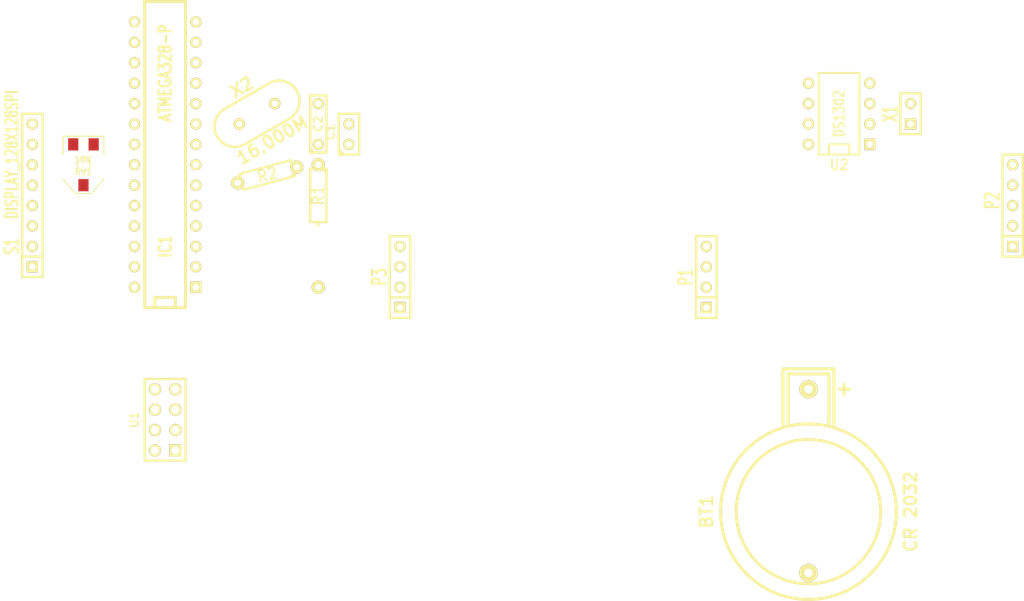
<source format=kicad_pcb>
(kicad_pcb (version 3) (host pcbnew "(22-Jun-2014 BZR 4027)-stable")

  (general
    (links 44)
    (no_connects 44)
    (area 21.58873 19.875499 136.296401 102.006401)
    (thickness 1.6)
    (drawings 0)
    (tracks 0)
    (zones 0)
    (modules 15)
    (nets 21)
  )

  (page A3)
  (layers
    (15 F.Cu signal)
    (0 B.Cu signal)
    (16 B.Adhes user)
    (17 F.Adhes user)
    (18 B.Paste user)
    (19 F.Paste user)
    (20 B.SilkS user)
    (21 F.SilkS user)
    (22 B.Mask user)
    (23 F.Mask user)
    (24 Dwgs.User user)
    (25 Cmts.User user)
    (26 Eco1.User user)
    (27 Eco2.User user)
    (28 Edge.Cuts user)
  )

  (setup
    (last_trace_width 0.254)
    (trace_clearance 0.254)
    (zone_clearance 0.508)
    (zone_45_only no)
    (trace_min 0.254)
    (segment_width 0.2)
    (edge_width 0.1)
    (via_size 0.889)
    (via_drill 0.635)
    (via_min_size 0.889)
    (via_min_drill 0.508)
    (uvia_size 0.508)
    (uvia_drill 0.127)
    (uvias_allowed no)
    (uvia_min_size 0.508)
    (uvia_min_drill 0.127)
    (pcb_text_width 0.3)
    (pcb_text_size 1.5 1.5)
    (mod_edge_width 0.15)
    (mod_text_size 1 1)
    (mod_text_width 0.15)
    (pad_size 1.5 1.5)
    (pad_drill 0.6)
    (pad_to_mask_clearance 0)
    (aux_axis_origin 0 0)
    (visible_elements FFFFFFBF)
    (pcbplotparams
      (layerselection 3178497)
      (usegerberextensions true)
      (excludeedgelayer true)
      (linewidth 0.150000)
      (plotframeref false)
      (viasonmask false)
      (mode 1)
      (useauxorigin false)
      (hpglpennumber 1)
      (hpglpenspeed 20)
      (hpglpendiameter 15)
      (hpglpenoverlay 2)
      (psnegative false)
      (psa4output false)
      (plotreference true)
      (plotvalue true)
      (plotothertext true)
      (plotinvisibletext false)
      (padsonsilk false)
      (subtractmaskfromsilk false)
      (outputformat 1)
      (mirror false)
      (drillshape 1)
      (scaleselection 1)
      (outputdirectory ""))
  )

  (net 0 "")
  (net 1 GND)
  (net 2 N-0000010)
  (net 3 N-0000011)
  (net 4 N-0000012)
  (net 5 N-0000013)
  (net 6 N-0000014)
  (net 7 N-000002)
  (net 8 N-0000026)
  (net 9 N-0000028)
  (net 10 N-0000029)
  (net 11 N-000003)
  (net 12 N-0000030)
  (net 13 N-0000036)
  (net 14 N-0000037)
  (net 15 N-0000038)
  (net 16 N-000004)
  (net 17 N-000005)
  (net 18 N-000006)
  (net 19 N-000007)
  (net 20 N-000008)

  (net_class Default "This is the default net class."
    (clearance 0.254)
    (trace_width 0.254)
    (via_dia 0.889)
    (via_drill 0.635)
    (uvia_dia 0.508)
    (uvia_drill 0.127)
    (add_net "")
    (add_net GND)
    (add_net N-0000010)
    (add_net N-0000011)
    (add_net N-0000012)
    (add_net N-0000013)
    (add_net N-0000014)
    (add_net N-000002)
    (add_net N-0000026)
    (add_net N-0000028)
    (add_net N-0000029)
    (add_net N-000003)
    (add_net N-0000030)
    (add_net N-0000036)
    (add_net N-0000037)
    (add_net N-0000038)
    (add_net N-000004)
    (add_net N-000005)
    (add_net N-000006)
    (add_net N-000007)
    (add_net N-000008)
  )

  (module SIL-5 (layer F.Cu) (tedit 200000) (tstamp 569B95D7)
    (at 147.32 44.45 90)
    (descr "Connecteur 5 pins")
    (tags "CONN DEV")
    (path /567E9538)
    (fp_text reference P2 (at -0.635 -2.54 90) (layer F.SilkS)
      (effects (font (size 1.72974 1.08712) (thickness 0.3048)))
    )
    (fp_text value "Program w/R.Pi" (at 0 -2.54 90) (layer F.SilkS) hide
      (effects (font (size 1.524 1.016) (thickness 0.3048)))
    )
    (fp_line (start -7.62 1.27) (end -7.62 -1.27) (layer F.SilkS) (width 0.3048))
    (fp_line (start -7.62 -1.27) (end 5.08 -1.27) (layer F.SilkS) (width 0.3048))
    (fp_line (start 5.08 -1.27) (end 5.08 1.27) (layer F.SilkS) (width 0.3048))
    (fp_line (start 5.08 1.27) (end -7.62 1.27) (layer F.SilkS) (width 0.3048))
    (fp_line (start -5.08 1.27) (end -5.08 -1.27) (layer F.SilkS) (width 0.3048))
    (pad 1 thru_hole rect (at -6.35 0 90) (size 1.397 1.397) (drill 0.8128)
      (layers *.Cu *.Mask F.SilkS)
      (net 14 N-0000037)
    )
    (pad 2 thru_hole circle (at -3.81 0 90) (size 1.397 1.397) (drill 0.8128)
      (layers *.Cu *.Mask F.SilkS)
      (net 12 N-0000030)
    )
    (pad 3 thru_hole circle (at -1.27 0 90) (size 1.397 1.397) (drill 0.8128)
      (layers *.Cu *.Mask F.SilkS)
      (net 7 N-000002)
    )
    (pad 4 thru_hole circle (at 1.27 0 90) (size 1.397 1.397) (drill 0.8128)
      (layers *.Cu *.Mask F.SilkS)
      (net 10 N-0000029)
    )
    (pad 5 thru_hole circle (at 3.81 0 90) (size 1.397 1.397) (drill 0.8128)
      (layers *.Cu *.Mask F.SilkS)
      (net 1 GND)
    )
  )

  (module SIL-4 (layer F.Cu) (tedit 200000) (tstamp 569B95F4)
    (at 109.22 54.61 90)
    (descr "Connecteur 4 pibs")
    (tags "CONN DEV")
    (path /568E2716)
    (fp_text reference P1 (at 0 -2.54 90) (layer F.SilkS)
      (effects (font (size 1.73482 1.08712) (thickness 0.3048)))
    )
    (fp_text value DHT11 (at 0 -2.54 90) (layer F.SilkS) hide
      (effects (font (size 1.524 1.016) (thickness 0.3048)))
    )
    (fp_line (start -5.08 -1.27) (end -5.08 -1.27) (layer F.SilkS) (width 0.3048))
    (fp_line (start -5.08 1.27) (end -5.08 -1.27) (layer F.SilkS) (width 0.3048))
    (fp_line (start -5.08 -1.27) (end -5.08 -1.27) (layer F.SilkS) (width 0.3048))
    (fp_line (start -5.08 -1.27) (end 5.08 -1.27) (layer F.SilkS) (width 0.3048))
    (fp_line (start 5.08 -1.27) (end 5.08 1.27) (layer F.SilkS) (width 0.3048))
    (fp_line (start 5.08 1.27) (end -5.08 1.27) (layer F.SilkS) (width 0.3048))
    (fp_line (start -2.54 1.27) (end -2.54 -1.27) (layer F.SilkS) (width 0.3048))
    (pad 1 thru_hole rect (at -3.81 0 90) (size 1.397 1.397) (drill 0.8128)
      (layers *.Cu *.Mask F.SilkS)
      (net 9 N-0000028)
    )
    (pad 2 thru_hole circle (at -1.27 0 90) (size 1.397 1.397) (drill 0.8128)
      (layers *.Cu *.Mask F.SilkS)
      (net 20 N-000008)
    )
    (pad 3 thru_hole circle (at 1.27 0 90) (size 1.397 1.397) (drill 0.8128)
      (layers *.Cu *.Mask F.SilkS)
    )
    (pad 4 thru_hole circle (at 3.81 0 90) (size 1.397 1.397) (drill 0.8128)
      (layers *.Cu *.Mask F.SilkS)
      (net 1 GND)
    )
  )

  (module SIL-4 (layer F.Cu) (tedit 200000) (tstamp 569B9603)
    (at 71.12 54.61 90)
    (descr "Connecteur 4 pibs")
    (tags "CONN DEV")
    (path /567FE68B)
    (fp_text reference P3 (at 0 -2.54 90) (layer F.SilkS)
      (effects (font (size 1.73482 1.08712) (thickness 0.3048)))
    )
    (fp_text value Serial (at 0 -2.54 90) (layer F.SilkS) hide
      (effects (font (size 1.524 1.016) (thickness 0.3048)))
    )
    (fp_line (start -5.08 -1.27) (end -5.08 -1.27) (layer F.SilkS) (width 0.3048))
    (fp_line (start -5.08 1.27) (end -5.08 -1.27) (layer F.SilkS) (width 0.3048))
    (fp_line (start -5.08 -1.27) (end -5.08 -1.27) (layer F.SilkS) (width 0.3048))
    (fp_line (start -5.08 -1.27) (end 5.08 -1.27) (layer F.SilkS) (width 0.3048))
    (fp_line (start 5.08 -1.27) (end 5.08 1.27) (layer F.SilkS) (width 0.3048))
    (fp_line (start 5.08 1.27) (end -5.08 1.27) (layer F.SilkS) (width 0.3048))
    (fp_line (start -2.54 1.27) (end -2.54 -1.27) (layer F.SilkS) (width 0.3048))
    (pad 1 thru_hole rect (at -3.81 0 90) (size 1.397 1.397) (drill 0.8128)
      (layers *.Cu *.Mask F.SilkS)
      (net 9 N-0000028)
    )
    (pad 2 thru_hole circle (at -1.27 0 90) (size 1.397 1.397) (drill 0.8128)
      (layers *.Cu *.Mask F.SilkS)
      (net 1 GND)
    )
    (pad 3 thru_hole circle (at 1.27 0 90) (size 1.397 1.397) (drill 0.8128)
      (layers *.Cu *.Mask F.SilkS)
      (net 11 N-000003)
    )
    (pad 4 thru_hole circle (at 3.81 0 90) (size 1.397 1.397) (drill 0.8128)
      (layers *.Cu *.Mask F.SilkS)
      (net 16 N-000004)
    )
  )

  (module SIL-2 (layer F.Cu) (tedit 200000) (tstamp 569B960D)
    (at 134.62 34.29 90)
    (descr "Connecteurs 2 pins")
    (tags "CONN DEV")
    (path /568E1D4D)
    (fp_text reference X1 (at 0 -2.54 90) (layer F.SilkS)
      (effects (font (size 1.72974 1.08712) (thickness 0.3048)))
    )
    (fp_text value 323768K (at 0 -2.54 90) (layer F.SilkS) hide
      (effects (font (size 1.524 1.016) (thickness 0.3048)))
    )
    (fp_line (start -2.54 1.27) (end -2.54 -1.27) (layer F.SilkS) (width 0.3048))
    (fp_line (start -2.54 -1.27) (end 2.54 -1.27) (layer F.SilkS) (width 0.3048))
    (fp_line (start 2.54 -1.27) (end 2.54 1.27) (layer F.SilkS) (width 0.3048))
    (fp_line (start 2.54 1.27) (end -2.54 1.27) (layer F.SilkS) (width 0.3048))
    (pad 1 thru_hole rect (at -1.27 0 90) (size 1.397 1.397) (drill 0.8128)
      (layers *.Cu *.Mask F.SilkS)
      (net 2 N-0000010)
    )
    (pad 2 thru_hole circle (at 1.27 0 90) (size 1.397 1.397) (drill 0.8128)
      (layers *.Cu *.Mask F.SilkS)
      (net 17 N-000005)
    )
  )

  (module R3-LARGE_PADS (layer F.Cu) (tedit 47E26765) (tstamp 569C9EC9)
    (at 54.61 41.91 195)
    (descr "Resitance 3 pas")
    (tags R)
    (path /566C71E2)
    (autoplace_cost180 10)
    (fp_text reference R2 (at 0 0 195) (layer F.SilkS)
      (effects (font (size 1.397 1.27) (thickness 0.2032)))
    )
    (fp_text value 4.7K (at 0 0 195) (layer F.SilkS) hide
      (effects (font (size 1.397 1.27) (thickness 0.2032)))
    )
    (fp_line (start -3.81 0) (end -3.302 0) (layer F.SilkS) (width 0.3048))
    (fp_line (start 3.81 0) (end 3.302 0) (layer F.SilkS) (width 0.3048))
    (fp_line (start 3.302 0) (end 3.302 -1.016) (layer F.SilkS) (width 0.3048))
    (fp_line (start 3.302 -1.016) (end -3.302 -1.016) (layer F.SilkS) (width 0.3048))
    (fp_line (start -3.302 -1.016) (end -3.302 1.016) (layer F.SilkS) (width 0.3048))
    (fp_line (start -3.302 1.016) (end 3.302 1.016) (layer F.SilkS) (width 0.3048))
    (fp_line (start 3.302 1.016) (end 3.302 0) (layer F.SilkS) (width 0.3048))
    (fp_line (start -3.302 -0.508) (end -2.794 -1.016) (layer F.SilkS) (width 0.3048))
    (pad 1 thru_hole circle (at -3.81 0 195) (size 1.651 1.651) (drill 0.8128)
      (layers *.Cu *.Mask F.SilkS)
      (net 9 N-0000028)
    )
    (pad 2 thru_hole circle (at 3.81 0 195) (size 1.651 1.651) (drill 0.8128)
      (layers *.Cu *.Mask F.SilkS)
      (net 20 N-000008)
    )
    (model discret/resistor.wrl
      (at (xyz 0 0 0))
      (scale (xyz 0.3 0.3 0.3))
      (rotate (xyz 0 0 0))
    )
  )

  (module R3-LARGE_PADS (layer F.Cu) (tedit 569BE71C) (tstamp 569B9629)
    (at 60.96 44.45 270)
    (descr "Resitance 3 pas")
    (tags R)
    (path /56672AC8)
    (autoplace_cost180 10)
    (fp_text reference R1 (at 0 0 270) (layer F.SilkS)
      (effects (font (size 1.397 1.27) (thickness 0.2032)))
    )
    (fp_text value 10K (at 0 0 270) (layer F.SilkS) hide
      (effects (font (size 1.397 1.27) (thickness 0.2032)))
    )
    (fp_line (start -3.81 0) (end -3.302 0) (layer F.SilkS) (width 0.3048))
    (fp_line (start 3.81 0) (end 3.302 0) (layer F.SilkS) (width 0.3048))
    (fp_line (start 3.302 0) (end 3.302 -1.016) (layer F.SilkS) (width 0.3048))
    (fp_line (start 3.302 -1.016) (end -3.302 -1.016) (layer F.SilkS) (width 0.3048))
    (fp_line (start -3.302 -1.016) (end -3.302 1.016) (layer F.SilkS) (width 0.3048))
    (fp_line (start -3.302 1.016) (end 3.302 1.016) (layer F.SilkS) (width 0.3048))
    (fp_line (start 3.302 1.016) (end 3.302 0) (layer F.SilkS) (width 0.3048))
    (fp_line (start -3.302 -0.508) (end -2.794 -1.016) (layer F.SilkS) (width 0.3048))
    (pad 1 thru_hole circle (at -3.81 0 270) (size 1.651 1.651) (drill 0.8128)
      (layers *.Cu *.Mask F.SilkS)
      (net 9 N-0000028)
    )
    (pad 2 thru_hole circle (at 11.43 0 270) (size 1.651 1.651) (drill 0.8128)
      (layers *.Cu *.Mask F.SilkS)
      (net 14 N-0000037)
    )
    (model discret/resistor.wrl
      (at (xyz 0 0 0))
      (scale (xyz 0.3 0.3 0.3))
      (rotate (xyz 0 0 0))
    )
  )

  (module pin_array_4x2 (layer F.Cu) (tedit 3FAB90E6) (tstamp 569B9639)
    (at 41.91 72.39 90)
    (descr "Double rangee de contacts 2 x 4 pins")
    (tags CONN)
    (path /566699E3)
    (fp_text reference U1 (at 0 -3.81 90) (layer F.SilkS)
      (effects (font (size 1.016 1.016) (thickness 0.2032)))
    )
    (fp_text value ESP8266 (at 0 3.81 90) (layer F.SilkS) hide
      (effects (font (size 1.016 1.016) (thickness 0.2032)))
    )
    (fp_line (start -5.08 -2.54) (end 5.08 -2.54) (layer F.SilkS) (width 0.3048))
    (fp_line (start 5.08 -2.54) (end 5.08 2.54) (layer F.SilkS) (width 0.3048))
    (fp_line (start 5.08 2.54) (end -5.08 2.54) (layer F.SilkS) (width 0.3048))
    (fp_line (start -5.08 2.54) (end -5.08 -2.54) (layer F.SilkS) (width 0.3048))
    (pad 1 thru_hole rect (at -3.81 1.27 90) (size 1.524 1.524) (drill 1.016)
      (layers *.Cu *.Mask F.SilkS)
      (net 5 N-0000013)
    )
    (pad 2 thru_hole circle (at -3.81 -1.27 90) (size 1.524 1.524) (drill 1.016)
      (layers *.Cu *.Mask F.SilkS)
      (net 1 GND)
    )
    (pad 3 thru_hole circle (at -1.27 1.27 90) (size 1.524 1.524) (drill 1.016)
      (layers *.Cu *.Mask F.SilkS)
      (net 9 N-0000028)
    )
    (pad 4 thru_hole circle (at -1.27 -1.27 90) (size 1.524 1.524) (drill 1.016)
      (layers *.Cu *.Mask F.SilkS)
    )
    (pad 5 thru_hole circle (at 1.27 1.27 90) (size 1.524 1.524) (drill 1.016)
      (layers *.Cu *.Mask F.SilkS)
    )
    (pad 6 thru_hole circle (at 1.27 -1.27 90) (size 1.524 1.524) (drill 1.016)
      (layers *.Cu *.Mask F.SilkS)
    )
    (pad 7 thru_hole circle (at 3.81 1.27 90) (size 1.524 1.524) (drill 1.016)
      (layers *.Cu *.Mask F.SilkS)
      (net 9 N-0000028)
    )
    (pad 8 thru_hole circle (at 3.81 -1.27 90) (size 1.524 1.524) (drill 1.016)
      (layers *.Cu *.Mask F.SilkS)
      (net 8 N-0000026)
    )
    (model pin_array/pins_array_4x2.wrl
      (at (xyz 0 0 0))
      (scale (xyz 1 1 1))
      (rotate (xyz 0 0 0))
    )
  )

  (module HC-49V (layer F.Cu) (tedit 4C5EC450) (tstamp 569BF6BD)
    (at 53.34 34.29 30)
    (descr "Quartz boitier HC-49 Vertical")
    (tags "QUARTZ DEV")
    (path /56672C7C)
    (autoplace_cost180 10)
    (fp_text reference X2 (at 0 -3.81 30) (layer F.SilkS)
      (effects (font (size 1.524 1.524) (thickness 0.3048)))
    )
    (fp_text value 16,000M (at 0 3.81 30) (layer F.SilkS)
      (effects (font (size 1.524 1.524) (thickness 0.3048)))
    )
    (fp_line (start -3.175 2.54) (end 3.175 2.54) (layer F.SilkS) (width 0.3175))
    (fp_line (start -3.175 -2.54) (end 3.175 -2.54) (layer F.SilkS) (width 0.3175))
    (fp_arc (start 3.175 0) (end 3.175 -2.54) (angle 90) (layer F.SilkS) (width 0.3175))
    (fp_arc (start 3.175 0) (end 5.715 0) (angle 90) (layer F.SilkS) (width 0.3175))
    (fp_arc (start -3.175 0) (end -5.715 0) (angle 90) (layer F.SilkS) (width 0.3175))
    (fp_arc (start -3.175 0) (end -3.175 2.54) (angle 90) (layer F.SilkS) (width 0.3175))
    (pad 1 thru_hole circle (at -2.54 0 30) (size 1.4224 1.4224) (drill 0.762)
      (layers *.Cu *.Mask F.SilkS)
      (net 13 N-0000036)
    )
    (pad 2 thru_hole circle (at 2.54 0 30) (size 1.4224 1.4224) (drill 0.762)
      (layers *.Cu *.Mask F.SilkS)
      (net 15 N-0000038)
    )
    (model discret/xtal/crystal_hc18u_vertical.wrl
      (at (xyz 0 0 0))
      (scale (xyz 1 1 0.2))
      (rotate (xyz 0 0 0))
    )
  )

  (module DIP-8__300 (layer F.Cu) (tedit 43A7F843) (tstamp 569B9658)
    (at 125.73 34.29 90)
    (descr "8 pins DIL package, round pads")
    (tags DIL)
    (path /568E1D1C)
    (fp_text reference U2 (at -6.35 0 180) (layer F.SilkS)
      (effects (font (size 1.27 1.143) (thickness 0.2032)))
    )
    (fp_text value DS1302 (at 0 0 90) (layer F.SilkS)
      (effects (font (size 1.27 1.016) (thickness 0.2032)))
    )
    (fp_line (start -5.08 -1.27) (end -3.81 -1.27) (layer F.SilkS) (width 0.254))
    (fp_line (start -3.81 -1.27) (end -3.81 1.27) (layer F.SilkS) (width 0.254))
    (fp_line (start -3.81 1.27) (end -5.08 1.27) (layer F.SilkS) (width 0.254))
    (fp_line (start -5.08 -2.54) (end 5.08 -2.54) (layer F.SilkS) (width 0.254))
    (fp_line (start 5.08 -2.54) (end 5.08 2.54) (layer F.SilkS) (width 0.254))
    (fp_line (start 5.08 2.54) (end -5.08 2.54) (layer F.SilkS) (width 0.254))
    (fp_line (start -5.08 2.54) (end -5.08 -2.54) (layer F.SilkS) (width 0.254))
    (pad 1 thru_hole rect (at -3.81 3.81 90) (size 1.397 1.397) (drill 0.8128)
      (layers *.Cu *.Mask F.SilkS)
      (net 9 N-0000028)
    )
    (pad 2 thru_hole circle (at -1.27 3.81 90) (size 1.397 1.397) (drill 0.8128)
      (layers *.Cu *.Mask F.SilkS)
      (net 2 N-0000010)
    )
    (pad 3 thru_hole circle (at 1.27 3.81 90) (size 1.397 1.397) (drill 0.8128)
      (layers *.Cu *.Mask F.SilkS)
      (net 17 N-000005)
    )
    (pad 4 thru_hole circle (at 3.81 3.81 90) (size 1.397 1.397) (drill 0.8128)
      (layers *.Cu *.Mask F.SilkS)
      (net 1 GND)
    )
    (pad 5 thru_hole circle (at 3.81 -3.81 90) (size 1.397 1.397) (drill 0.8128)
      (layers *.Cu *.Mask F.SilkS)
      (net 18 N-000006)
    )
    (pad 6 thru_hole circle (at 1.27 -3.81 90) (size 1.397 1.397) (drill 0.8128)
      (layers *.Cu *.Mask F.SilkS)
      (net 6 N-0000014)
    )
    (pad 7 thru_hole circle (at -1.27 -3.81 90) (size 1.397 1.397) (drill 0.8128)
      (layers *.Cu *.Mask F.SilkS)
      (net 4 N-0000012)
    )
    (pad 8 thru_hole circle (at -3.81 -3.81 90) (size 1.397 1.397) (drill 0.8128)
      (layers *.Cu *.Mask F.SilkS)
      (net 19 N-000007)
    )
    (model dil/dil_8.wrl
      (at (xyz 0 0 0))
      (scale (xyz 1 1 1))
      (rotate (xyz 0 0 0))
    )
  )

  (module DIP-28__300 (layer F.Cu) (tedit 569B99B5) (tstamp 569B967F)
    (at 41.91 39.37 90)
    (descr "28 pins DIL package, round pads, width 300mil")
    (tags DIL)
    (path /5666F771)
    (fp_text reference IC1 (at -11.43 0 90) (layer F.SilkS)
      (effects (font (size 1.524 1.143) (thickness 0.3048)))
    )
    (fp_text value ATMEGA328-P (at 10.16 0 90) (layer F.SilkS)
      (effects (font (size 1.524 1.143) (thickness 0.3048)))
    )
    (fp_line (start -19.05 -2.54) (end 19.05 -2.54) (layer F.SilkS) (width 0.381))
    (fp_line (start 19.05 -2.54) (end 19.05 2.54) (layer F.SilkS) (width 0.381))
    (fp_line (start 19.05 2.54) (end -19.05 2.54) (layer F.SilkS) (width 0.381))
    (fp_line (start -19.05 2.54) (end -19.05 -2.54) (layer F.SilkS) (width 0.381))
    (fp_line (start -19.05 -1.27) (end -17.78 -1.27) (layer F.SilkS) (width 0.381))
    (fp_line (start -17.78 -1.27) (end -17.78 1.27) (layer F.SilkS) (width 0.381))
    (fp_line (start -17.78 1.27) (end -19.05 1.27) (layer F.SilkS) (width 0.381))
    (pad 2 thru_hole circle (at -13.97 3.81 90) (size 1.397 1.397) (drill 0.8128)
      (layers *.Cu *.Mask F.SilkS)
      (net 11 N-000003)
    )
    (pad 3 thru_hole circle (at -11.43 3.81 90) (size 1.397 1.397) (drill 0.8128)
      (layers *.Cu *.Mask F.SilkS)
      (net 16 N-000004)
    )
    (pad 4 thru_hole circle (at -8.89 3.81 90) (size 1.397 1.397) (drill 0.8128)
      (layers *.Cu *.Mask F.SilkS)
      (net 5 N-0000013)
    )
    (pad 5 thru_hole circle (at -6.35 3.81 90) (size 1.397 1.397) (drill 0.8128)
      (layers *.Cu *.Mask F.SilkS)
      (net 8 N-0000026)
    )
    (pad 6 thru_hole circle (at -3.81 3.81 90) (size 1.397 1.397) (drill 0.8128)
      (layers *.Cu *.Mask F.SilkS)
      (net 20 N-000008)
    )
    (pad 7 thru_hole circle (at -1.27 3.81 90) (size 1.397 1.397) (drill 0.8128)
      (layers *.Cu *.Mask F.SilkS)
      (net 9 N-0000028)
    )
    (pad 8 thru_hole circle (at 1.27 3.81 90) (size 1.397 1.397) (drill 0.8128)
      (layers *.Cu *.Mask F.SilkS)
      (net 1 GND)
    )
    (pad 9 thru_hole circle (at 3.81 3.81 90) (size 1.397 1.397) (drill 0.8128)
      (layers *.Cu *.Mask F.SilkS)
      (net 13 N-0000036)
    )
    (pad 10 thru_hole circle (at 6.35 3.81 90) (size 1.397 1.397) (drill 0.8128)
      (layers *.Cu *.Mask F.SilkS)
      (net 15 N-0000038)
    )
    (pad 11 thru_hole circle (at 8.89 3.81 90) (size 1.397 1.397) (drill 0.8128)
      (layers *.Cu *.Mask F.SilkS)
      (net 18 N-000006)
    )
    (pad 12 thru_hole circle (at 11.43 3.81 90) (size 1.397 1.397) (drill 0.8128)
      (layers *.Cu *.Mask F.SilkS)
      (net 6 N-0000014)
    )
    (pad 13 thru_hole circle (at 13.97 3.81 90) (size 1.397 1.397) (drill 0.8128)
      (layers *.Cu *.Mask F.SilkS)
      (net 4 N-0000012)
    )
    (pad 14 thru_hole circle (at 16.51 3.81 90) (size 1.397 1.397) (drill 0.8128)
      (layers *.Cu *.Mask F.SilkS)
    )
    (pad 1 thru_hole rect (at -16.51 3.81 90) (size 1.397 1.397) (drill 0.8128)
      (layers *.Cu *.Mask F.SilkS)
      (net 14 N-0000037)
    )
    (pad 15 thru_hole circle (at 16.51 -3.81 90) (size 1.397 1.397) (drill 0.8128)
      (layers *.Cu *.Mask F.SilkS)
    )
    (pad 16 thru_hole circle (at 13.97 -3.81 90) (size 1.397 1.397) (drill 0.8128)
      (layers *.Cu *.Mask F.SilkS)
    )
    (pad 17 thru_hole circle (at 11.43 -3.81 90) (size 1.397 1.397) (drill 0.8128)
      (layers *.Cu *.Mask F.SilkS)
    )
    (pad 18 thru_hole circle (at 8.89 -3.81 90) (size 1.397 1.397) (drill 0.8128)
      (layers *.Cu *.Mask F.SilkS)
      (net 7 N-000002)
    )
    (pad 19 thru_hole circle (at 6.35 -3.81 90) (size 1.397 1.397) (drill 0.8128)
      (layers *.Cu *.Mask F.SilkS)
    )
    (pad 20 thru_hole circle (at 3.81 -3.81 90) (size 1.397 1.397) (drill 0.8128)
      (layers *.Cu *.Mask F.SilkS)
      (net 9 N-0000028)
    )
    (pad 21 thru_hole circle (at 1.27 -3.81 90) (size 1.397 1.397) (drill 0.8128)
      (layers *.Cu *.Mask F.SilkS)
    )
    (pad 22 thru_hole circle (at -1.27 -3.81 90) (size 1.397 1.397) (drill 0.8128)
      (layers *.Cu *.Mask F.SilkS)
      (net 1 GND)
    )
    (pad 23 thru_hole circle (at -3.81 -3.81 90) (size 1.397 1.397) (drill 0.8128)
      (layers *.Cu *.Mask F.SilkS)
      (net 3 N-0000011)
    )
    (pad 24 thru_hole circle (at -6.35 -3.81 90) (size 1.397 1.397) (drill 0.8128)
      (layers *.Cu *.Mask F.SilkS)
    )
    (pad 25 thru_hole circle (at -8.89 -3.81 90) (size 1.397 1.397) (drill 0.8128)
      (layers *.Cu *.Mask F.SilkS)
    )
    (pad 26 thru_hole circle (at -11.43 -3.81 90) (size 1.397 1.397) (drill 0.8128)
      (layers *.Cu *.Mask F.SilkS)
    )
    (pad 27 thru_hole circle (at -13.97 -3.81 90) (size 1.397 1.397) (drill 0.8128)
      (layers *.Cu *.Mask F.SilkS)
    )
    (pad 28 thru_hole circle (at -16.51 -3.81 90) (size 1.397 1.397) (drill 0.8128)
      (layers *.Cu *.Mask F.SilkS)
    )
    (model dil/dil_28-w300.wrl
      (at (xyz 0 0 0))
      (scale (xyz 1 1 1))
      (rotate (xyz 0 0 0))
    )
  )

  (module CR2032H (layer F.Cu) (tedit 4C5E6DB1) (tstamp 569B9692)
    (at 121.92 83.82 90)
    (path /568E244A)
    (fp_text reference BT1 (at 0 -12.7 90) (layer F.SilkS)
      (effects (font (size 1.524 1.524) (thickness 0.3048)))
    )
    (fp_text value "CR 2032" (at 0 12.7 90) (layer F.SilkS)
      (effects (font (size 1.524 1.524) (thickness 0.3048)))
    )
    (fp_line (start 15.24 3.81) (end 15.24 5.08) (layer F.SilkS) (width 0.381))
    (fp_line (start 14.605 4.445) (end 15.875 4.445) (layer F.SilkS) (width 0.381))
    (fp_line (start 10.795 -2.54) (end 17.145 -2.54) (layer F.SilkS) (width 0.381))
    (fp_line (start 17.145 -2.54) (end 17.145 2.54) (layer F.SilkS) (width 0.381))
    (fp_line (start 17.145 2.54) (end 10.795 2.54) (layer F.SilkS) (width 0.381))
    (fp_line (start 17.145 -3.175) (end 17.78 -3.175) (layer F.SilkS) (width 0.381))
    (fp_line (start 17.78 -3.175) (end 17.78 3.175) (layer F.SilkS) (width 0.381))
    (fp_line (start 17.78 3.175) (end 17.145 3.175) (layer F.SilkS) (width 0.381))
    (fp_line (start 15.875 -3.175) (end 17.145 -3.175) (layer F.SilkS) (width 0.381))
    (fp_line (start 17.145 3.175) (end 10.795 3.175) (layer F.SilkS) (width 0.381))
    (fp_line (start 10.795 -3.175) (end 15.875 -3.175) (layer F.SilkS) (width 0.381))
    (fp_circle (center 0 0) (end -1.27 -8.89) (layer F.SilkS) (width 0.381))
    (fp_circle (center 0 0) (end 6.35 8.89) (layer F.SilkS) (width 0.381))
    (pad 2 thru_hole circle (at -7.62 0 90) (size 2.286 2.286) (drill 1.016)
      (layers *.Cu *.Mask F.SilkS)
      (net 1 GND)
    )
    (pad 1 thru_hole circle (at 15.24 0 90) (size 2.286 2.286) (drill 1.016)
      (layers *.Cu *.Mask F.SilkS)
      (net 19 N-000007)
    )
  )

  (module C1 (layer F.Cu) (tedit 3F92C496) (tstamp 569B96A8)
    (at 64.77 36.83 90)
    (descr "Condensateur e = 1 pas")
    (tags C)
    (path /56672C56)
    (fp_text reference C1 (at 0.254 -2.286 90) (layer F.SilkS)
      (effects (font (size 1.016 1.016) (thickness 0.2032)))
    )
    (fp_text value 22pF (at 0 -2.286 90) (layer F.SilkS) hide
      (effects (font (size 1.016 1.016) (thickness 0.2032)))
    )
    (fp_line (start -2.4892 -1.27) (end 2.54 -1.27) (layer F.SilkS) (width 0.3048))
    (fp_line (start 2.54 -1.27) (end 2.54 1.27) (layer F.SilkS) (width 0.3048))
    (fp_line (start 2.54 1.27) (end -2.54 1.27) (layer F.SilkS) (width 0.3048))
    (fp_line (start -2.54 1.27) (end -2.54 -1.27) (layer F.SilkS) (width 0.3048))
    (fp_line (start -2.54 -0.635) (end -1.905 -1.27) (layer F.SilkS) (width 0.3048))
    (pad 1 thru_hole circle (at -1.27 0 90) (size 1.397 1.397) (drill 0.8128)
      (layers *.Cu *.Mask F.SilkS)
      (net 1 GND)
    )
    (pad 2 thru_hole circle (at 1.27 0 90) (size 1.397 1.397) (drill 0.8128)
      (layers *.Cu *.Mask F.SilkS)
      (net 13 N-0000036)
    )
    (model discret/capa_1_pas.wrl
      (at (xyz 0 0 0))
      (scale (xyz 1 1 1))
      (rotate (xyz 0 0 0))
    )
  )

  (module SIL-8 (layer F.Cu) (tedit 200000) (tstamp 569BF2DA)
    (at 25.4 44.45 90)
    (descr "Connecteur 8 pins")
    (tags "CONN DEV")
    (path /565B3034)
    (fp_text reference S1 (at -6.35 -2.54 90) (layer F.SilkS)
      (effects (font (size 1.72974 1.08712) (thickness 0.3048)))
    )
    (fp_text value DISPLAY_128X128SPI (at 5.08 -2.54 90) (layer F.SilkS)
      (effects (font (size 1.524 1.016) (thickness 0.3048)))
    )
    (fp_line (start -10.16 -1.27) (end 10.16 -1.27) (layer F.SilkS) (width 0.3048))
    (fp_line (start 10.16 -1.27) (end 10.16 1.27) (layer F.SilkS) (width 0.3048))
    (fp_line (start 10.16 1.27) (end -10.16 1.27) (layer F.SilkS) (width 0.3048))
    (fp_line (start -10.16 1.27) (end -10.16 -1.27) (layer F.SilkS) (width 0.3048))
    (fp_line (start -7.62 1.27) (end -7.62 -1.27) (layer F.SilkS) (width 0.3048))
    (pad 1 thru_hole rect (at -8.89 0 90) (size 1.397 1.397) (drill 0.8128)
      (layers *.Cu *.Mask F.SilkS)
      (net 9 N-0000028)
    )
    (pad 2 thru_hole circle (at -6.35 0 90) (size 1.397 1.397) (drill 0.8128)
      (layers *.Cu *.Mask F.SilkS)
      (net 10 N-0000029)
    )
    (pad 3 thru_hole circle (at -3.81 0 90) (size 1.397 1.397) (drill 0.8128)
      (layers *.Cu *.Mask F.SilkS)
      (net 12 N-0000030)
    )
    (pad 4 thru_hole circle (at -1.27 0 90) (size 1.397 1.397) (drill 0.8128)
      (layers *.Cu *.Mask F.SilkS)
    )
    (pad 5 thru_hole circle (at 1.27 0 90) (size 1.397 1.397) (drill 0.8128)
      (layers *.Cu *.Mask F.SilkS)
    )
    (pad 6 thru_hole circle (at 3.81 0 90) (size 1.397 1.397) (drill 0.8128)
      (layers *.Cu *.Mask F.SilkS)
    )
    (pad 7 thru_hole circle (at 6.35 0 90) (size 1.397 1.397) (drill 0.8128)
      (layers *.Cu *.Mask F.SilkS)
      (net 1 GND)
    )
    (pad 8 thru_hole circle (at 8.89 0 90) (size 1.397 1.397) (drill 0.8128)
      (layers *.Cu *.Mask F.SilkS)
      (net 9 N-0000028)
    )
  )

  (module POT_CMS (layer F.Cu) (tedit 3D638D33) (tstamp 569BE515)
    (at 31.75 40.64 180)
    (descr "module CMS Potentiometre")
    (tags "CMS POT")
    (path /569BE382)
    (attr smd)
    (fp_text reference RV1 (at 0 -0.88646 180) (layer F.SilkS)
      (effects (font (size 0.762 0.762) (thickness 0.127)))
    )
    (fp_text value 10K (at 0 0.635 180) (layer F.SilkS)
      (effects (font (size 0.762 0.762) (thickness 0.127)))
    )
    (fp_line (start -2.54 1.27) (end -2.54 3.556) (layer F.SilkS) (width 0.127))
    (fp_line (start -2.54 3.556) (end 2.54 3.556) (layer F.SilkS) (width 0.127))
    (fp_line (start 2.54 3.556) (end 2.54 1.27) (layer F.SilkS) (width 0.127))
    (fp_line (start -2.54 -1.778) (end -1.016 -3.556) (layer F.SilkS) (width 0.127))
    (fp_line (start -1.016 -3.556) (end 1.016 -3.556) (layer F.SilkS) (width 0.127))
    (fp_line (start 1.016 -3.556) (end 2.54 -1.778) (layer F.SilkS) (width 0.127))
    (fp_circle (center 0 0) (end 0.254 -0.762) (layer F.SilkS) (width 0.127))
    (pad 1 smd rect (at -1.27 2.54 180) (size 1.27 1.524)
      (layers F.Cu F.Paste F.Mask)
      (net 1 GND)
    )
    (pad 2 smd rect (at 0 -2.54 180) (size 1.27 1.524)
      (layers F.Cu F.Paste F.Mask)
      (net 3 N-0000011)
    )
    (pad 3 smd rect (at 1.27 2.54 180) (size 1.27 1.524)
      (layers F.Cu F.Paste F.Mask)
      (net 9 N-0000028)
    )
  )

  (module C2 (layer F.Cu) (tedit 200000) (tstamp 569B969D)
    (at 60.96 35.56 90)
    (descr "Condensateur = 2 pas")
    (tags C)
    (path /56672C6F)
    (fp_text reference C2 (at 0 0 90) (layer F.SilkS)
      (effects (font (size 1.016 1.016) (thickness 0.2032)))
    )
    (fp_text value 22pF (at 0 0 90) (layer F.SilkS) hide
      (effects (font (size 1.016 1.016) (thickness 0.2032)))
    )
    (fp_line (start -3.556 -1.016) (end 3.556 -1.016) (layer F.SilkS) (width 0.3048))
    (fp_line (start 3.556 -1.016) (end 3.556 1.016) (layer F.SilkS) (width 0.3048))
    (fp_line (start 3.556 1.016) (end -3.556 1.016) (layer F.SilkS) (width 0.3048))
    (fp_line (start -3.556 1.016) (end -3.556 -1.016) (layer F.SilkS) (width 0.3048))
    (fp_line (start -3.556 -0.508) (end -3.048 -1.016) (layer F.SilkS) (width 0.3048))
    (pad 1 thru_hole circle (at -2.54 0 90) (size 1.397 1.397) (drill 0.8128)
      (layers *.Cu *.Mask F.SilkS)
      (net 1 GND)
    )
    (pad 2 thru_hole circle (at 2.54 0 90) (size 1.397 1.397) (drill 0.8128)
      (layers *.Cu *.Mask F.SilkS)
      (net 15 N-0000038)
    )
    (model discret/capa_2pas_5x5mm.wrl
      (at (xyz 0 0 0))
      (scale (xyz 1 1 1))
      (rotate (xyz 0 0 0))
    )
  )

)

</source>
